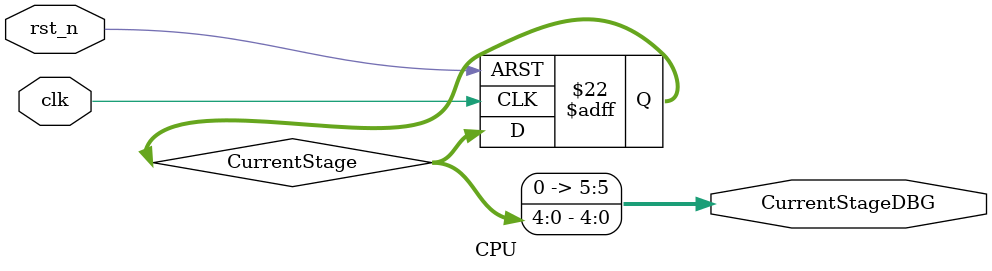
<source format=v>
`timescale 1ns / 1ps

module CPU(
    input wire clk,               // Clock signal
    input wire rst_n,
    
    output wire [5:0] CurrentStageDBG
);

    // Configuration Masks
    localparam CPU_CONFIG_ACTIVE      = 16'h0001;
    localparam CPU_CONFIG_PAGING      = 16'h0002;
    localparam CPU_CONFIG_INTERRUPTS  = 16'h0004;

    // Status Masks
    localparam CPU_STATUS_ZERO        = 16'h0001;
    localparam CPU_STATUS_INTERRUPT   = 16'h0002;
    localparam CPU_STATUS_CMP         = 16'h0004;
    localparam CPU_STATUS_OVERFLOW    = 16'h0008;
    
    // Define registers
//    reg [63:0] r0, r1, r2; // General Purpose Registers
//    reg [63:0] rax, rbx, rcx, rdx, rsi, rdi; // (Return Address), (Argument Registers)
    
    reg [31:0] rsp, rip; // Stack Pointer, Instruction Pointer
    reg [7:0] status, err, interrupt; // Flags
    reg [31:0] page; // Page Table Address
    reg [15:0] conf; // Settings
    reg [31:0] IDT_addr; // IDT Address
    reg [15:0] IDT_size; // IDT Size
    reg [15:0] CIR; // Current Instruction Register
    reg [31:0] MAR; // Address Register
    reg [64:0] MDR; // Data Register

    reg [4:0] CurrentStage;

    assign CurrentStageDBG = CurrentStage;
    
    // Function to get the register value based on the register number
    function [63:0] GetRegister;
        input [7:0] register;
        begin
            case (register)
//                8'd0: GetRegister = r0;
//                8'd1: GetRegister = r1;
//                8'd2: GetRegister = r2;
//                8'd3: GetRegister = r3;
//                8'd4: GetRegister = r4;
//                8'd5: GetRegister = r5;
//                8'd6: GetRegister = r6;
//                8'd7: GetRegister = rax;
//                8'd8: GetRegister = rbx;
//                8'd9: GetRegister = rcx;
//                8'd10: GetRegister = rdx;
//                8'd11: GetRegister = rsi;
//                8'd12: GetRegister = rdi;
                8'd13: GetRegister = rsp;
                8'd14: GetRegister = rip;
                8'd15: GetRegister = status;
                8'd16: GetRegister = err;
                8'd17: GetRegister = interrupt;
                8'd18: GetRegister = page;
                8'd19: GetRegister = conf;
                8'd20: GetRegister = IDT_addr;
                8'd21: GetRegister = IDT_size;
                default: GetRegister = 64'b0;
            endcase
        end
    endfunction

    // Initial block to set default values
    initial begin
//        r0 = 64'd0; r1 = 64'd0; r2 = 64'd0; r3 = 64'd0; r4 = 64'd0; r5 = 64'd0; r6 = 64'd0;
//        r0 = 64'd0; r1 = 64'd0; r2 = 64'd0;
//        rax = 64'd0; rbx = 64'd0; rcx = 64'd0; rdx = 64'd0; rsi = 64'd0; rdi = 64'd0;
        rsp = 32'd0; rip = 32'd0;
        status = 8'd0; err = 8'd0; interrupt = 8'd0;
        page = 32'd0; conf = 16'd0;
        IDT_addr = 32'd0; IDT_size = 16'd0;
        CIR = 16'd0; MAR = 32'd0; MDR = 64'd0;
    end

    // Always block for synchronous operations
    always @(posedge clk or negedge rst_n) begin
        if (!rst_n) begin
            // Reset all registers
//            r0 <= 64'd0; r1 <= 64'd0; r2 <= 64'd0; r3 <= 64'd0; r4 <= 64'd0; r5 <= 64'd0; r6 <= 64'd0;
//            r0 <= 64'd0; r1 <= 64'd0; r2 <= 64'd0;
//            rax <= 64'd0; rbx <= 64'd0; rcx <= 64'd0; rdx <= 64'd0; rsi <= 64'd0; rdi <= 64'd0;
            rsp <= 32'd0; rip <= 32'd0;
            status <= 8'd0; err <= 8'd0; interrupt <= 8'd0;
            page <= 32'd0; conf <= 16'd0;
            IDT_addr <= 32'd0; IDT_size <= 16'd0;
            CIR <= 16'd0; MAR <= 32'd0; MDR <= 64'd0;;
            CurrentStage <= 5'b0;
        end else begin
            case (CurrentStage)
                5'b00000: begin
                    
                end
                5'b00001: begin
                    
                end
                5'b00010: begin
                    
                end
                default: begin
                    rip = rip + 1;
                end
            endcase
        end
    end

endmodule
</source>
